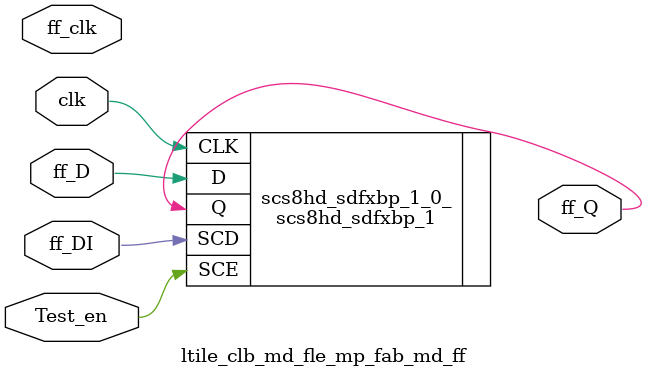
<source format=v>
`timescale 1ns / 1ps

module ltile_clb_md_fle_mp_fab_md_ff(Test_en,
                                                                                 clk,
                                                                                 ff_D,
                                                                                 ff_DI,
                                                                                 ff_Q,
                                                                                 ff_clk);
//
input [0:0] Test_en;
//
input [0:0] clk;
//
input [0:0] ff_D;
//
input [0:0] ff_DI;
//
output [0:0] ff_Q;
//
input [0:0] ff_clk;

//
wire [0:0] ff_D;
wire [0:0] ff_DI;
wire [0:0] ff_Q;
wire [0:0] ff_clk;
//


//
//



//
//
//
//

	scs8hd_sdfxbp_1 scs8hd_sdfxbp_1_0_ (
		.SCE(Test_en[0]),
		.CLK(clk[0]),
		.D(ff_D[0]),
		.SCD(ff_DI[0]),
		.Q(ff_Q[0]));

endmodule
//



</source>
